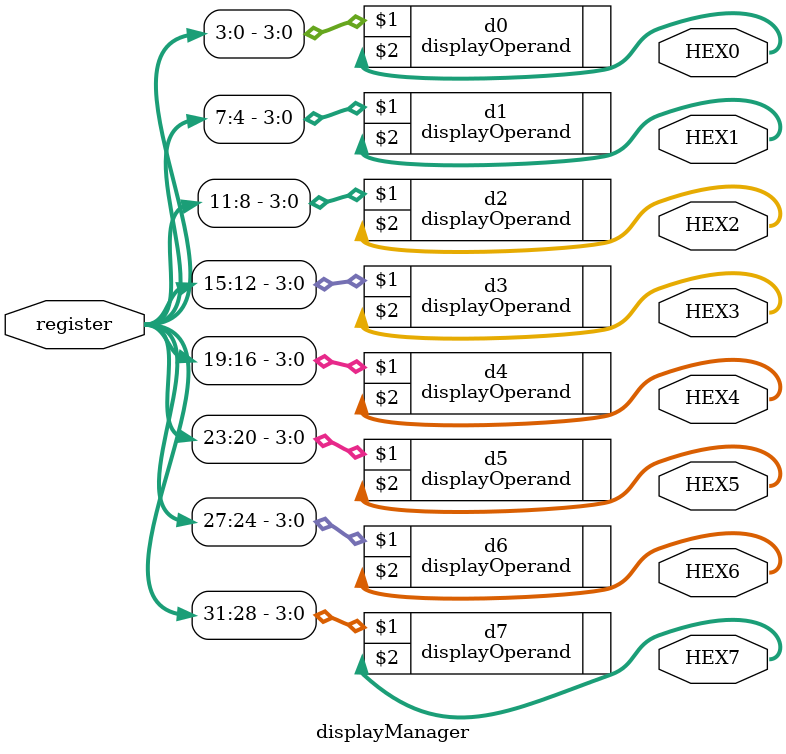
<source format=v>
module displayManager (register, HEX0, HEX1, HEX2, HEX3, HEX4, HEX5, HEX6, HEX7);
	input [31:0] register; // input 32 bit register 
	output [6:0] HEX0, HEX1, HEX2, HEX3, HEX4, HEX5, HEX6, HEX7; // eight output hex's
	
	displayOperand d0(register[3:0], HEX0); // register is split into 8 4 bit wide registers that are then fed into displayOperand to generate a correct output for their 
	displayOperand d1(register[7:4], HEX1); // corresponding 7-seg display.
	displayOperand d2(register[11:8], HEX2);
	displayOperand d3(register[15:12], HEX3);
	displayOperand d4(register[19:16], HEX4);
	displayOperand d5(register[23:20], HEX5);
	displayOperand d6(register[27:24], HEX6);
	displayOperand d7(register[31:28], HEX7);
		
endmodule

</source>
